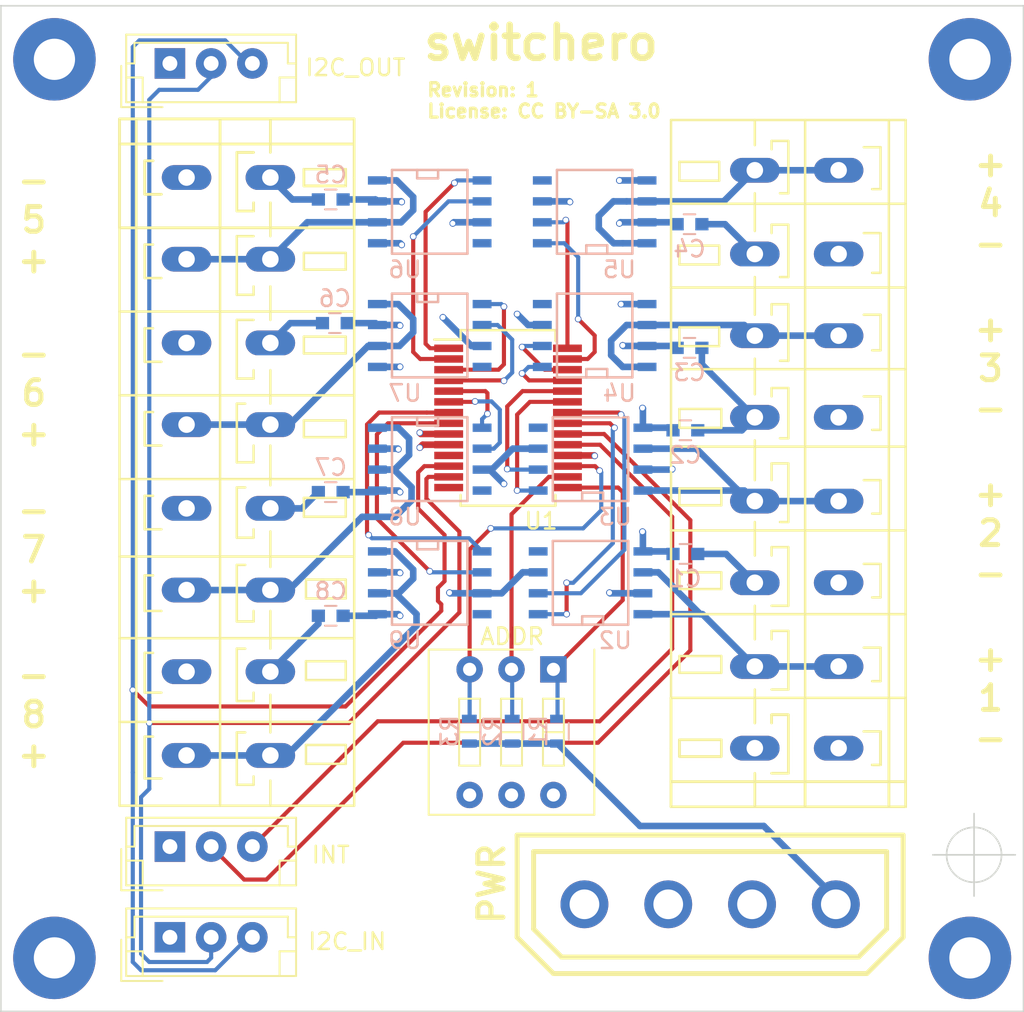
<source format=kicad_pcb>
(kicad_pcb (version 4) (host pcbnew 4.0.4-stable)
  (layers (0 F.Cu signal) (1 PWR power hide) (2 GND power hide) (31 B.Cu signal) (34 B.Paste user) (35 F.Paste user) (36 B.SilkS user) (37 F.SilkS user) (38 B.Mask user) (39 F.Mask user) (44 Edge.Cuts user))
  (net 0 "")
  (net 1 PWR)
  (net 2 GND)
  (net 3 "Net-(P1-Pad1)")
  (net 4 "Net-(P1-Pad3)")
  (net 5 SDA)
  (net 6 SCK)
  (net 7 INTA)
  (net 8 INTB)
  (net 9 SW8)
  (net 10 SW7)
  (net 11 SW6)
  (net 12 SW5)
  (net 13 SW4)
  (net 14 SW3)
  (net 15 SW2)
  (net 16 SW1)
  (net 17 "Net-(U1-Pad1)")
  (net 18 "Net-(U1-Pad2)")
  (net 19 "Net-(U1-Pad3)")
  (net 20 "Net-(U1-Pad4)")
  (net 21 "Net-(U1-Pad5)")
  (net 22 "Net-(U1-Pad6)")
  (net 23 "Net-(U1-Pad7)")
  (net 24 "Net-(U1-Pad8)")
  (net 25 "Net-(U1-Pad21)")
  (net 26 "Net-(U1-Pad22)")
  (net 27 "Net-(U1-Pad23)")
  (net 28 "Net-(U1-Pad24)")
  (net 29 "Net-(U1-Pad25)")
  (net 30 "Net-(U1-Pad26)")
  (net 31 "Net-(U1-Pad27)")
  (net 32 "Net-(U1-Pad28)")
  (net 33 "Net-(P1-Pad2)")
  (module Mounting_Holes:MountingHole_2.5mm_Pad (layer F.Cu) (at 98.75 116.75)
    (fp_text reference REF** hide)
    (fp_text value MountingHole_2.5mm_Pad hide)
    (pad 1 thru_hole circle (at 0 0) (size 5 5) (drill 2.5) (layers *.Cu *.Mask))
  )
  (module Mounting_Holes:MountingHole_2.5mm_Pad (layer F.Cu) (at 43.25 116.75)
    (fp_text reference REF** hide)
    (fp_text value MountingHole_2.5mm_Pad hide)
    (pad 1 thru_hole circle (at 0 0) (size 5 5) (drill 2.5) (layers *.Cu *.Mask))
  )
  (module Mounting_Holes:MountingHole_2.5mm_Pad (layer F.Cu) (at 43.25 62.25)
    (fp_text reference REF** hide)
    (fp_text value MountingHole_2.5mm_Pad hide)
    (pad 1 thru_hole circle (at 0 0) (size 5 5) (drill 2.5) (layers *.Cu *.Mask))
  )
  (module Mounting_Holes:MountingHole_2.2mm_M2 (layer F.Cu) (at 45 104.5)
    (fp_text reference REF** hide)
    (fp_text value MountingHole_2.2mm_M2 hide)
    (pad 1 np_thru_hole circle (at 0 0) (size 2.2 2.2) (drill 2.2) (layers *.Cu *.Mask))
  )
  (module Mounting_Holes:MountingHole_2.2mm_M2 (layer F.Cu) (at 45 99.5)
    (fp_text reference REF** hide)
    (fp_text value MountingHole_2.2mm_M2 hide)
    (pad 1 np_thru_hole circle (at 0 0) (size 2.2 2.2) (drill 2.2) (layers *.Cu *.Mask))
  )
  (module Mounting_Holes:MountingHole_2.2mm_M2 (layer F.Cu) (at 45 94.5)
    (fp_text reference REF** hide)
    (fp_text value MountingHole_2.2mm_M2 hide)
    (pad 1 np_thru_hole circle (at 0 0) (size 2.2 2.2) (drill 2.2) (layers *.Cu *.Mask))
  )
  (module Mounting_Holes:MountingHole_2.2mm_M2 (layer F.Cu) (at 45 89.5)
    (fp_text reference REF** hide)
    (fp_text value MountingHole_2.2mm_M2 hide)
    (pad 1 np_thru_hole circle (at 0 0) (size 2.2 2.2) (drill 2.2) (layers *.Cu *.Mask))
  )
  (module Mounting_Holes:MountingHole_2.2mm_M2 (layer F.Cu) (at 45 84.5)
    (fp_text reference REF** hide)
    (fp_text value MountingHole_2.2mm_M2 hide)
    (pad 1 np_thru_hole circle (at 0 0) (size 2.2 2.2) (drill 2.2) (layers *.Cu *.Mask))
  )
  (module Mounting_Holes:MountingHole_2.2mm_M2 (layer F.Cu) (at 45 79.5)
    (fp_text reference REF** hide)
    (fp_text value MountingHole_2.2mm_M2 hide)
    (pad 1 np_thru_hole circle (at 0 0) (size 2.2 2.2) (drill 2.2) (layers *.Cu *.Mask))
  )
  (module Mounting_Holes:MountingHole_2.2mm_M2 (layer F.Cu) (at 45 74.5)
    (fp_text reference REF** hide)
    (fp_text value MountingHole_2.2mm_M2 hide)
    (pad 1 np_thru_hole circle (at 0 0) (size 2.2 2.2) (drill 2.2) (layers *.Cu *.Mask))
  )
  (module Mounting_Holes:MountingHole_2.2mm_M2 (layer F.Cu) (at 45 69.5)
    (fp_text reference REF** hide)
    (fp_text value MountingHole_2.2mm_M2 hide)
    (pad 1 np_thru_hole circle (at 0 0) (size 2.2 2.2) (drill 2.2) (layers *.Cu *.Mask))
  )
  (module Mounting_Holes:MountingHole_2.2mm_M2 (layer F.Cu) (at 97 104)
    (fp_text reference REF** hide)
    (fp_text value MountingHole_2.2mm_M2 hide)
    (pad 1 np_thru_hole circle (at 0 0) (size 2.2 2.2) (drill 2.2) (layers *.Cu *.Mask))
  )
  (module Mounting_Holes:MountingHole_2.2mm_M2 (layer F.Cu) (at 97 99)
    (fp_text reference REF** hide)
    (fp_text value MountingHole_2.2mm_M2 hide)
    (pad 1 np_thru_hole circle (at 0 0) (size 2.2 2.2) (drill 2.2) (layers *.Cu *.Mask))
  )
  (module Mounting_Holes:MountingHole_2.2mm_M2 (layer F.Cu) (at 97 94)
    (fp_text reference REF** hide)
    (fp_text value MountingHole_2.2mm_M2 hide)
    (pad 1 np_thru_hole circle (at 0 0) (size 2.2 2.2) (drill 2.2) (layers *.Cu *.Mask))
  )
  (module Mounting_Holes:MountingHole_2.2mm_M2 (layer F.Cu) (at 97 89)
    (fp_text reference REF** hide)
    (fp_text value MountingHole_2.2mm_M2 hide)
    (pad 1 np_thru_hole circle (at 0 0) (size 2.2 2.2) (drill 2.2) (layers *.Cu *.Mask))
  )
  (module Mounting_Holes:MountingHole_2.2mm_M2 (layer F.Cu) (at 97 84)
    (fp_text reference REF** hide)
    (fp_text value MountingHole_2.2mm_M2 hide)
    (pad 1 np_thru_hole circle (at 0 0) (size 2.2 2.2) (drill 2.2) (layers *.Cu *.Mask))
  )
  (module Mounting_Holes:MountingHole_2.2mm_M2 (layer F.Cu) (at 97 79)
    (fp_text reference REF** hide)
    (fp_text value MountingHole_2.2mm_M2 hide)
    (pad 1 np_thru_hole circle (at 0 0) (size 2.2 2.2) (drill 2.2) (layers *.Cu *.Mask))
  )
  (module Mounting_Holes:MountingHole_2.2mm_M2 (layer F.Cu) (at 97 74)
    (fp_text reference REF** hide)
    (fp_text value MountingHole_2.2mm_M2 hide)
    (pad 1 np_thru_hole circle (at 0 0) (size 2.2 2.2) (drill 2.2) (layers *.Cu *.Mask))
  )
  (module Housings_SSOP:SSOP-28_5.3x10.2mm_Pitch0.65mm (layer F.Cu) (at 70.75 84)
    (fp_text reference U1 (at 2 6.25) (layer F.SilkS))
    (fp_text value MCP23017 hide)
    (pad 1 smd rect (at -3.6 -4.225) (size 1.75 0.45) (layers F.Cu F.Paste F.Mask) (net 17 "Net-(U1-Pad1)"))
    (pad 2 smd rect (at -3.6 -3.575) (size 1.75 0.45) (layers F.Cu F.Paste F.Mask) (net 18 "Net-(U1-Pad2)"))
    (pad 3 smd rect (at -3.6 -2.925) (size 1.75 0.45) (layers F.Cu F.Paste F.Mask) (net 19 "Net-(U1-Pad3)"))
    (pad 4 smd rect (at -3.6 -2.275) (size 1.75 0.45) (layers F.Cu F.Paste F.Mask) (net 20 "Net-(U1-Pad4)"))
    (pad 5 smd rect (at -3.6 -1.625) (size 1.75 0.45) (layers F.Cu F.Paste F.Mask) (net 21 "Net-(U1-Pad5)"))
    (pad 6 smd rect (at -3.6 -0.975) (size 1.75 0.45) (layers F.Cu F.Paste F.Mask) (net 22 "Net-(U1-Pad6)"))
    (pad 7 smd rect (at -3.6 -0.325) (size 1.75 0.45) (layers F.Cu F.Paste F.Mask) (net 23 "Net-(U1-Pad7)"))
    (pad 8 smd rect (at -3.6 0.325) (size 1.75 0.45) (layers F.Cu F.Paste F.Mask) (net 24 "Net-(U1-Pad8)"))
    (pad 9 smd rect (at -3.6 0.975) (size 1.75 0.45) (layers F.Cu F.Paste F.Mask) (net 1 PWR))
    (pad 10 smd rect (at -3.6 1.625) (size 1.75 0.45) (layers F.Cu F.Paste F.Mask) (net 2 GND))
    (pad 11 smd rect (at -3.6 2.275) (size 1.75 0.45) (layers F.Cu F.Paste F.Mask))
    (pad 12 smd rect (at -3.6 2.925) (size 1.75 0.45) (layers F.Cu F.Paste F.Mask) (net 6 SCK))
    (pad 13 smd rect (at -3.6 3.575) (size 1.75 0.45) (layers F.Cu F.Paste F.Mask) (net 5 SDA))
    (pad 14 smd rect (at -3.6 4.225) (size 1.75 0.45) (layers F.Cu F.Paste F.Mask))
    (pad 15 smd rect (at 3.6 4.225) (size 1.75 0.45) (layers F.Cu F.Paste F.Mask) (net 3 "Net-(P1-Pad1)"))
    (pad 16 smd rect (at 3.6 3.575) (size 1.75 0.45) (layers F.Cu F.Paste F.Mask) (net 33 "Net-(P1-Pad2)"))
    (pad 17 smd rect (at 3.6 2.925) (size 1.75 0.45) (layers F.Cu F.Paste F.Mask) (net 4 "Net-(P1-Pad3)"))
    (pad 18 smd rect (at 3.6 2.275) (size 1.75 0.45) (layers F.Cu F.Paste F.Mask) (net 1 PWR))
    (pad 19 smd rect (at 3.6 1.625) (size 1.75 0.45) (layers F.Cu F.Paste F.Mask) (net 8 INTB))
    (pad 20 smd rect (at 3.6 0.975) (size 1.75 0.45) (layers F.Cu F.Paste F.Mask) (net 7 INTA))
    (pad 21 smd rect (at 3.6 0.325) (size 1.75 0.45) (layers F.Cu F.Paste F.Mask) (net 25 "Net-(U1-Pad21)"))
    (pad 22 smd rect (at 3.6 -0.325) (size 1.75 0.45) (layers F.Cu F.Paste F.Mask) (net 26 "Net-(U1-Pad22)"))
    (pad 23 smd rect (at 3.6 -0.975) (size 1.75 0.45) (layers F.Cu F.Paste F.Mask) (net 27 "Net-(U1-Pad23)"))
    (pad 24 smd rect (at 3.6 -1.625) (size 1.75 0.45) (layers F.Cu F.Paste F.Mask) (net 28 "Net-(U1-Pad24)"))
    (pad 25 smd rect (at 3.6 -2.275) (size 1.75 0.45) (layers F.Cu F.Paste F.Mask) (net 29 "Net-(U1-Pad25)"))
    (pad 26 smd rect (at 3.6 -2.925) (size 1.75 0.45) (layers F.Cu F.Paste F.Mask) (net 30 "Net-(U1-Pad26)"))
    (pad 27 smd rect (at 3.6 -3.575) (size 1.75 0.45) (layers F.Cu F.Paste F.Mask) (net 31 "Net-(U1-Pad27)"))
    (pad 28 smd rect (at 3.6 -4.225) (size 1.75 0.45) (layers F.Cu F.Paste F.Mask) (net 32 "Net-(U1-Pad28)"))
  )
  (module SMD_Packages:SOIC-8-N (layer B.Cu) (at 75.75 94 90)
    (fp_text reference U2 (at -3.5 1.5 180) (layer B.SilkS) (effects (justify mirror)))
    (fp_text value MIC2505 hide)
    (pad 8 smd rect (at -1.905 3.175 90) (size 0.508 1.143) (layers B.Cu B.Paste B.Mask) (net 16 SW1))
    (pad 7 smd rect (at -0.635 3.175 90) (size 0.508 1.143) (layers B.Cu B.Paste B.Mask) (net 1 PWR))
    (pad 6 smd rect (at 0.635 3.175 90) (size 0.508 1.143) (layers B.Cu B.Paste B.Mask) (net 16 SW1))
    (pad 5 smd rect (at 1.905 3.175 90) (size 0.508 1.143) (layers B.Cu B.Paste B.Mask) (net 1 PWR))
    (pad 4 smd rect (at 1.905 -3.175 90) (size 0.508 1.143) (layers B.Cu B.Paste B.Mask))
    (pad 3 smd rect (at 0.635 -3.175 90) (size 0.508 1.143) (layers B.Cu B.Paste B.Mask) (net 2 GND))
    (pad 2 smd rect (at -0.635 -3.175 90) (size 0.508 1.143) (layers B.Cu B.Paste B.Mask) (net 26 "Net-(U1-Pad22)"))
    (pad 1 smd rect (at -1.905 -3.175 90) (size 0.508 1.143) (layers B.Cu B.Paste B.Mask) (net 25 "Net-(U1-Pad21)"))
  )
  (module SMD_Packages:SOIC-8-N (layer B.Cu) (at 75.75 86.5 90)
    (fp_text reference U3 (at -3.5 1.5 180) (layer B.SilkS) (effects (justify mirror)))
    (fp_text value MIC2505 hide)
    (pad 8 smd rect (at -1.905 3.175 90) (size 0.508 1.143) (layers B.Cu B.Paste B.Mask) (net 15 SW2))
    (pad 7 smd rect (at -0.635 3.175 90) (size 0.508 1.143) (layers B.Cu B.Paste B.Mask) (net 1 PWR))
    (pad 6 smd rect (at 0.635 3.175 90) (size 0.508 1.143) (layers B.Cu B.Paste B.Mask) (net 15 SW2))
    (pad 5 smd rect (at 1.905 3.175 90) (size 0.508 1.143) (layers B.Cu B.Paste B.Mask) (net 1 PWR))
    (pad 4 smd rect (at 1.905 -3.175 90) (size 0.508 1.143) (layers B.Cu B.Paste B.Mask))
    (pad 3 smd rect (at 0.635 -3.175 90) (size 0.508 1.143) (layers B.Cu B.Paste B.Mask) (net 2 GND))
    (pad 2 smd rect (at -0.635 -3.175 90) (size 0.508 1.143) (layers B.Cu B.Paste B.Mask) (net 28 "Net-(U1-Pad24)"))
    (pad 1 smd rect (at -1.905 -3.175 90) (size 0.508 1.143) (layers B.Cu B.Paste B.Mask) (net 27 "Net-(U1-Pad23)"))
  )
  (module SMD_Packages:SOIC-8-N (layer B.Cu) (at 76 79 90)
    (fp_text reference U4 (at -3.5 1.5 180) (layer B.SilkS) (effects (justify mirror)))
    (fp_text value MIC2505 hide)
    (pad 8 smd rect (at -1.905 3.175 90) (size 0.508 1.143) (layers B.Cu B.Paste B.Mask) (net 14 SW3))
    (pad 7 smd rect (at -0.635 3.175 90) (size 0.508 1.143) (layers B.Cu B.Paste B.Mask) (net 1 PWR))
    (pad 6 smd rect (at 0.635 3.175 90) (size 0.508 1.143) (layers B.Cu B.Paste B.Mask) (net 14 SW3))
    (pad 5 smd rect (at 1.905 3.175 90) (size 0.508 1.143) (layers B.Cu B.Paste B.Mask) (net 1 PWR))
    (pad 4 smd rect (at 1.905 -3.175 90) (size 0.508 1.143) (layers B.Cu B.Paste B.Mask))
    (pad 3 smd rect (at 0.635 -3.175 90) (size 0.508 1.143) (layers B.Cu B.Paste B.Mask) (net 2 GND))
    (pad 2 smd rect (at -0.635 -3.175 90) (size 0.508 1.143) (layers B.Cu B.Paste B.Mask) (net 30 "Net-(U1-Pad26)"))
    (pad 1 smd rect (at -1.905 -3.175 90) (size 0.508 1.143) (layers B.Cu B.Paste B.Mask) (net 29 "Net-(U1-Pad25)"))
  )
  (module SMD_Packages:SOIC-8-N (layer B.Cu) (at 76 71.5 90)
    (fp_text reference U5 (at -3.5 1.5 180) (layer B.SilkS) (effects (justify mirror)))
    (fp_text value MIC2505 hide)
    (pad 8 smd rect (at -1.905 3.175 90) (size 0.508 1.143) (layers B.Cu B.Paste B.Mask) (net 13 SW4))
    (pad 7 smd rect (at -0.635 3.175 90) (size 0.508 1.143) (layers B.Cu B.Paste B.Mask) (net 1 PWR))
    (pad 6 smd rect (at 0.635 3.175 90) (size 0.508 1.143) (layers B.Cu B.Paste B.Mask) (net 13 SW4))
    (pad 5 smd rect (at 1.905 3.175 90) (size 0.508 1.143) (layers B.Cu B.Paste B.Mask) (net 1 PWR))
    (pad 4 smd rect (at 1.905 -3.175 90) (size 0.508 1.143) (layers B.Cu B.Paste B.Mask))
    (pad 3 smd rect (at 0.635 -3.175 90) (size 0.508 1.143) (layers B.Cu B.Paste B.Mask) (net 2 GND))
    (pad 2 smd rect (at -0.635 -3.175 90) (size 0.508 1.143) (layers B.Cu B.Paste B.Mask) (net 32 "Net-(U1-Pad28)"))
    (pad 1 smd rect (at -1.905 -3.175 90) (size 0.508 1.143) (layers B.Cu B.Paste B.Mask) (net 31 "Net-(U1-Pad27)"))
  )
  (module SMD_Packages:SOIC-8-N (layer B.Cu) (at 66 71.5 270)
    (fp_text reference U6 (at 3.5 1.5 360) (layer B.SilkS) (effects (justify mirror)))
    (fp_text value MIC2505 hide)
    (pad 8 smd rect (at -1.905 3.175 270) (size 0.508 1.143) (layers B.Cu B.Paste B.Mask) (net 12 SW5))
    (pad 7 smd rect (at -0.635 3.175 270) (size 0.508 1.143) (layers B.Cu B.Paste B.Mask) (net 1 PWR))
    (pad 6 smd rect (at 0.635 3.175 270) (size 0.508 1.143) (layers B.Cu B.Paste B.Mask) (net 12 SW5))
    (pad 5 smd rect (at 1.905 3.175 270) (size 0.508 1.143) (layers B.Cu B.Paste B.Mask) (net 1 PWR))
    (pad 4 smd rect (at 1.905 -3.175 270) (size 0.508 1.143) (layers B.Cu B.Paste B.Mask))
    (pad 3 smd rect (at 0.635 -3.175 270) (size 0.508 1.143) (layers B.Cu B.Paste B.Mask) (net 2 GND))
    (pad 2 smd rect (at -0.635 -3.175 270) (size 0.508 1.143) (layers B.Cu B.Paste B.Mask) (net 18 "Net-(U1-Pad2)"))
    (pad 1 smd rect (at -1.905 -3.175 270) (size 0.508 1.143) (layers B.Cu B.Paste B.Mask) (net 17 "Net-(U1-Pad1)"))
  )
  (module SMD_Packages:SOIC-8-N (layer B.Cu) (at 66 79 270)
    (fp_text reference U7 (at 3.5 1.5 360) (layer B.SilkS) (effects (justify mirror)))
    (fp_text value MIC2505 hide)
    (pad 8 smd rect (at -1.905 3.175 270) (size 0.508 1.143) (layers B.Cu B.Paste B.Mask) (net 11 SW6))
    (pad 7 smd rect (at -0.635 3.175 270) (size 0.508 1.143) (layers B.Cu B.Paste B.Mask) (net 1 PWR))
    (pad 6 smd rect (at 0.635 3.175 270) (size 0.508 1.143) (layers B.Cu B.Paste B.Mask) (net 11 SW6))
    (pad 5 smd rect (at 1.905 3.175 270) (size 0.508 1.143) (layers B.Cu B.Paste B.Mask) (net 1 PWR))
    (pad 4 smd rect (at 1.905 -3.175 270) (size 0.508 1.143) (layers B.Cu B.Paste B.Mask))
    (pad 3 smd rect (at 0.635 -3.175 270) (size 0.508 1.143) (layers B.Cu B.Paste B.Mask) (net 2 GND))
    (pad 2 smd rect (at -0.635 -3.175 270) (size 0.508 1.143) (layers B.Cu B.Paste B.Mask) (net 20 "Net-(U1-Pad4)"))
    (pad 1 smd rect (at -1.905 -3.175 270) (size 0.508 1.143) (layers B.Cu B.Paste B.Mask) (net 19 "Net-(U1-Pad3)"))
  )
  (module SMD_Packages:SOIC-8-N (layer B.Cu) (at 66 86.5 270)
    (fp_text reference U8 (at 3.5 1.5 360) (layer B.SilkS) (effects (justify mirror)))
    (fp_text value MIC2505 hide)
    (pad 8 smd rect (at -1.905 3.175 270) (size 0.508 1.143) (layers B.Cu B.Paste B.Mask) (net 10 SW7))
    (pad 7 smd rect (at -0.635 3.175 270) (size 0.508 1.143) (layers B.Cu B.Paste B.Mask) (net 1 PWR))
    (pad 6 smd rect (at 0.635 3.175 270) (size 0.508 1.143) (layers B.Cu B.Paste B.Mask) (net 10 SW7))
    (pad 5 smd rect (at 1.905 3.175 270) (size 0.508 1.143) (layers B.Cu B.Paste B.Mask) (net 1 PWR))
    (pad 4 smd rect (at 1.905 -3.175 270) (size 0.508 1.143) (layers B.Cu B.Paste B.Mask))
    (pad 3 smd rect (at 0.635 -3.175 270) (size 0.508 1.143) (layers B.Cu B.Paste B.Mask) (net 2 GND))
    (pad 2 smd rect (at -0.635 -3.175 270) (size 0.508 1.143) (layers B.Cu B.Paste B.Mask) (net 22 "Net-(U1-Pad6)"))
    (pad 1 smd rect (at -1.905 -3.175 270) (size 0.508 1.143) (layers B.Cu B.Paste B.Mask) (net 21 "Net-(U1-Pad5)"))
  )
  (module SMD_Packages:SOIC-8-N (layer B.Cu) (at 66 94 270)
    (fp_text reference U9 (at 3.5 1.5 360) (layer B.SilkS) (effects (justify mirror)))
    (fp_text value MIC2505 hide)
    (pad 8 smd rect (at -1.905 3.175 270) (size 0.508 1.143) (layers B.Cu B.Paste B.Mask) (net 9 SW8))
    (pad 7 smd rect (at -0.635 3.175 270) (size 0.508 1.143) (layers B.Cu B.Paste B.Mask) (net 1 PWR))
    (pad 6 smd rect (at 0.635 3.175 270) (size 0.508 1.143) (layers B.Cu B.Paste B.Mask) (net 9 SW8))
    (pad 5 smd rect (at 1.905 3.175 270) (size 0.508 1.143) (layers B.Cu B.Paste B.Mask) (net 1 PWR))
    (pad 4 smd rect (at 1.905 -3.175 270) (size 0.508 1.143) (layers B.Cu B.Paste B.Mask))
    (pad 3 smd rect (at 0.635 -3.175 270) (size 0.508 1.143) (layers B.Cu B.Paste B.Mask) (net 2 GND))
    (pad 2 smd rect (at -0.635 -3.175 270) (size 0.508 1.143) (layers B.Cu B.Paste B.Mask) (net 24 "Net-(U1-Pad8)"))
    (pad 1 smd rect (at -1.905 -3.175 270) (size 0.508 1.143) (layers B.Cu B.Paste B.Mask) (net 23 "Net-(U1-Pad7)"))
  )
  (module Buttons_Switches_ThroughHole:SW_DIP_x3_W7.62mm_Slide (layer F.Cu) (at 73.5 99.25 270)
    (fp_text reference P1 hide)
    (fp_text value ADDR (at -2 2.5 360) (layer F.SilkS))
    (pad 1 thru_hole rect (at 0 0 270) (size 1.6 1.6) (drill 0.8) (layers *.Cu *.Mask) (net 3 "Net-(P1-Pad1)"))
    (pad 4 thru_hole oval (at 7.62 5.08 270) (size 1.6 1.6) (drill 0.8) (layers *.Cu *.Mask) (net 2 GND))
    (pad 2 thru_hole oval (at 0 2.54 270) (size 1.6 1.6) (drill 0.8) (layers *.Cu *.Mask) (net 33 "Net-(P1-Pad2)"))
    (pad 5 thru_hole oval (at 7.62 2.54 270) (size 1.6 1.6) (drill 0.8) (layers *.Cu *.Mask) (net 2 GND))
    (pad 3 thru_hole oval (at 0 5.08 270) (size 1.6 1.6) (drill 0.8) (layers *.Cu *.Mask) (net 4 "Net-(P1-Pad3)"))
    (pad 6 thru_hole oval (at 7.62 0 270) (size 1.6 1.6) (drill 0.8) (layers *.Cu *.Mask) (net 2 GND))
  )
  (module Connectors_JST:JST_EH_B03B-EH-A_03x2.50mm_Straight (layer F.Cu) (at 50.25 110)
    (fp_text reference P4 hide)
    (fp_text value INT (at 9.75 0.5) (layer F.SilkS))
    (pad 1 thru_hole rect (at 0 0) (size 1.85 1.85) (drill 0.9) (layers *.Cu *.Mask) (net 2 GND))
    (pad 2 thru_hole circle (at 2.5 0) (size 1.85 1.85) (drill 0.9) (layers *.Cu *.Mask) (net 7 INTA))
    (pad 3 thru_hole circle (at 5 0) (size 1.85 1.85) (drill 0.9) (layers *.Cu *.Mask) (net 8 INTB))
  )
  (module Capacitors_SMD:C_0603 (layer B.Cu) (at 81.5 92.25)
    (fp_text reference C1 (at 0 1.5) (layer B.SilkS) (effects (justify mirror)))
    (fp_text value 0.1u hide)
    (pad 1 smd rect (at -0.75 0) (size 0.8 0.75) (layers B.Cu B.Paste B.Mask) (net 1 PWR))
    (pad 2 smd rect (at 0.75 0) (size 0.8 0.75) (layers B.Cu B.Paste B.Mask) (net 2 GND))
  )
  (module Capacitors_SMD:C_0603 (layer B.Cu) (at 81.5 84.75)
    (fp_text reference C2 (at 0 1.5) (layer B.SilkS) (effects (justify mirror)))
    (fp_text value 0.1u hide)
    (pad 1 smd rect (at -0.75 0) (size 0.8 0.75) (layers B.Cu B.Paste B.Mask) (net 1 PWR))
    (pad 2 smd rect (at 0.75 0) (size 0.8 0.75) (layers B.Cu B.Paste B.Mask) (net 2 GND))
  )
  (module Capacitors_SMD:C_0603 (layer B.Cu) (at 81.75 79.75)
    (fp_text reference C3 (at 0 1.5) (layer B.SilkS) (effects (justify mirror)))
    (fp_text value 0.1u hide)
    (pad 1 smd rect (at -0.75 0) (size 0.8 0.75) (layers B.Cu B.Paste B.Mask) (net 1 PWR))
    (pad 2 smd rect (at 0.75 0) (size 0.8 0.75) (layers B.Cu B.Paste B.Mask) (net 2 GND))
  )
  (module Capacitors_SMD:C_0603 (layer B.Cu) (at 81.75 72.25)
    (fp_text reference C4 (at 0 1.5) (layer B.SilkS) (effects (justify mirror)))
    (fp_text value 0.1u hide)
    (pad 1 smd rect (at -0.75 0) (size 0.8 0.75) (layers B.Cu B.Paste B.Mask) (net 1 PWR))
    (pad 2 smd rect (at 0.75 0) (size 0.8 0.75) (layers B.Cu B.Paste B.Mask) (net 2 GND))
  )
  (module Capacitors_SMD:C_0603 (layer B.Cu) (at 60 70.75 180)
    (fp_text reference C5 (at 0 1.5 180) (layer B.SilkS) (effects (justify mirror)))
    (fp_text value 0.1u hide)
    (pad 1 smd rect (at -0.75 0 180) (size 0.8 0.75) (layers B.Cu B.Paste B.Mask) (net 1 PWR))
    (pad 2 smd rect (at 0.75 0 180) (size 0.8 0.75) (layers B.Cu B.Paste B.Mask) (net 2 GND))
  )
  (module Capacitors_SMD:C_0603 (layer B.Cu) (at 60.25 78.25 180)
    (fp_text reference C6 (at 0 1.5 180) (layer B.SilkS) (effects (justify mirror)))
    (fp_text value 0.1u hide)
    (pad 1 smd rect (at -0.75 0 180) (size 0.8 0.75) (layers B.Cu B.Paste B.Mask) (net 1 PWR))
    (pad 2 smd rect (at 0.75 0 180) (size 0.8 0.75) (layers B.Cu B.Paste B.Mask) (net 2 GND))
  )
  (module Capacitors_SMD:C_0603 (layer B.Cu) (at 60 88.5 180)
    (fp_text reference C7 (at 0 1.5 180) (layer B.SilkS) (effects (justify mirror)))
    (fp_text value 0.1u hide)
    (pad 1 smd rect (at -0.75 0 180) (size 0.8 0.75) (layers B.Cu B.Paste B.Mask) (net 1 PWR))
    (pad 2 smd rect (at 0.75 0 180) (size 0.8 0.75) (layers B.Cu B.Paste B.Mask) (net 2 GND))
  )
  (module Capacitors_SMD:C_0603 (layer B.Cu) (at 60 96 180)
    (fp_text reference C8 (at 0 1.5 180) (layer B.SilkS) (effects (justify mirror)))
    (fp_text value 0.1u hide)
    (pad 1 smd rect (at -0.75 0 180) (size 0.8 0.75) (layers B.Cu B.Paste B.Mask) (net 1 PWR))
    (pad 2 smd rect (at 0.75 0 180) (size 0.8 0.75) (layers B.Cu B.Paste B.Mask) (net 2 GND))
  )
  (module Terminal_Blocks:TerminalBlock_WAGO-236_2Stift_RM5mm_8pol (layer F.Cu) (at 88.25 86.25 90)
    (fp_text reference P6 hide)
    (fp_text value OUT1 hide)
    (pad 1 thru_hole oval (at -17.78 2.54 180) (size 2.99974 1.50114) (drill 1.00076) (layers *.Cu *.Mask) (net 2 GND))
    (pad 1 thru_hole oval (at -17.78 -2.54 180) (size 2.99974 1.50114) (drill 1.00076) (layers *.Cu *.Mask) (net 2 GND))
    (pad 2 thru_hole oval (at -12.827 2.54 180) (size 2.99974 1.50114) (drill 1.00076) (layers *.Cu *.Mask) (net 16 SW1))
    (pad 2 thru_hole oval (at -12.827 -2.54 180) (size 2.99974 1.50114) (drill 1.00076) (layers *.Cu *.Mask) (net 16 SW1))
    (pad 3 thru_hole oval (at -7.747 2.54 180) (size 2.99974 1.50114) (drill 1.00076) (layers *.Cu *.Mask) (net 2 GND))
    (pad 3 thru_hole oval (at -7.747 -2.54 180) (size 2.99974 1.50114) (drill 1.00076) (layers *.Cu *.Mask) (net 2 GND))
    (pad 4 thru_hole oval (at -2.794 2.54 180) (size 2.99974 1.50114) (drill 1.00076) (layers *.Cu *.Mask) (net 15 SW2))
    (pad 4 thru_hole oval (at -2.794 -2.54 180) (size 2.99974 1.50114) (drill 1.00076) (layers *.Cu *.Mask) (net 15 SW2))
    (pad 5 thru_hole oval (at 2.286 2.54 180) (size 2.99974 1.50114) (drill 1.00076) (layers *.Cu *.Mask) (net 2 GND))
    (pad 5 thru_hole oval (at 2.286 -2.54 180) (size 2.99974 1.50114) (drill 1.00076) (layers *.Cu *.Mask) (net 2 GND))
    (pad 6 thru_hole oval (at 7.239 2.54 180) (size 2.99974 1.50114) (drill 1.00076) (layers *.Cu *.Mask) (net 14 SW3))
    (pad 6 thru_hole oval (at 7.239 -2.54 180) (size 2.99974 1.50114) (drill 1.00076) (layers *.Cu *.Mask) (net 14 SW3))
    (pad 7 thru_hole oval (at 12.192 2.54 180) (size 2.99974 1.50114) (drill 1.00076) (layers *.Cu *.Mask) (net 2 GND))
    (pad 7 thru_hole oval (at 12.192 -2.54 180) (size 2.99974 1.50114) (drill 1.00076) (layers *.Cu *.Mask) (net 2 GND))
    (pad 8 thru_hole oval (at 17.272 2.54 180) (size 2.99974 1.50114) (drill 1.00076) (layers *.Cu *.Mask) (net 13 SW4))
    (pad 8 thru_hole oval (at 17.272 -2.54 180) (size 2.99974 1.50114) (drill 1.00076) (layers *.Cu *.Mask) (net 13 SW4))
  )
  (module Resistors_SMD:R_0603 (layer B.Cu) (at 73.75 103 270)
    (fp_text reference R1 (at 0 1.15 270) (layer B.SilkS) (effects (justify mirror)))
    (fp_text value 4.7k hide)
    (pad 1 smd rect (at -0.75 0 270) (size 0.5 0.9) (layers B.Cu B.Paste B.Mask) (net 3 "Net-(P1-Pad1)"))
    (pad 2 smd rect (at 0.75 0 270) (size 0.5 0.9) (layers B.Cu B.Paste B.Mask) (net 1 PWR))
  )
  (module Resistors_SMD:R_0603 (layer B.Cu) (at 71 103 270)
    (fp_text reference R2 (at 0 1.2 270) (layer B.SilkS) (effects (justify mirror)))
    (fp_text value 4.7k hide)
    (pad 1 smd rect (at -0.75 0 270) (size 0.5 0.9) (layers B.Cu B.Paste B.Mask) (net 33 "Net-(P1-Pad2)"))
    (pad 2 smd rect (at 0.75 0 270) (size 0.5 0.9) (layers B.Cu B.Paste B.Mask) (net 1 PWR))
  )
  (module Resistors_SMD:R_0603 (layer B.Cu) (at 68.4 103 270)
    (fp_text reference R3 (at 0 1.2 270) (layer B.SilkS) (effects (justify mirror)))
    (fp_text value 4.7k hide)
    (pad 1 smd rect (at -0.75 0 270) (size 0.5 0.9) (layers B.Cu B.Paste B.Mask) (net 4 "Net-(P1-Pad3)"))
    (pad 2 smd rect (at 0.75 0 270) (size 0.5 0.9) (layers B.Cu B.Paste B.Mask) (net 1 PWR))
  )
  (module Connectors_JST:JST_EH_B03B-EH-A_03x2.50mm_Straight (layer F.Cu) (at 50.25 115.5)
    (fp_text reference P2 hide)
    (fp_text value I2C_IN (at 10.75 0.25) (layer F.SilkS))
    (pad 1 thru_hole rect (at 0 0) (size 1.85 1.85) (drill 0.9) (layers *.Cu *.Mask) (net 2 GND))
    (pad 2 thru_hole circle (at 2.5 0) (size 1.85 1.85) (drill 0.9) (layers *.Cu *.Mask) (net 5 SDA))
    (pad 3 thru_hole circle (at 5 0) (size 1.85 1.85) (drill 0.9) (layers *.Cu *.Mask) (net 6 SCK))
  )
  (module Connectors_JST:JST_EH_B03B-EH-A_03x2.50mm_Straight (layer F.Cu) (at 50.25 62.5)
    (fp_text reference P7 hide)
    (fp_text value I2C_OUT (at 11.25 0.25) (layer F.SilkS))
    (pad 1 thru_hole rect (at 0 0) (size 1.85 1.85) (drill 0.9) (layers *.Cu *.Mask) (net 2 GND))
    (pad 2 thru_hole circle (at 2.5 0) (size 1.85 1.85) (drill 0.9) (layers *.Cu *.Mask) (net 5 SDA))
    (pad 3 thru_hole circle (at 5 0) (size 1.85 1.85) (drill 0.9) (layers *.Cu *.Mask) (net 6 SCK))
  )
  (module w_conn_pc:conn_hdd_15-24-4449 (layer F.Cu) (at 83 113.5)
    (fp_text reference P3 hide)
    (fp_text value PWR (at -13.25 -1.25 90) (layer F.SilkS) (effects (font (thickness 0.3048))))
    (pad 1 thru_hole circle (at -7.62 0) (size 2.9 2.9) (drill 1.8) (layers *.Cu *.Mask))
    (pad 2 thru_hole circle (at -2.54 0) (size 2.9 2.9) (drill 1.8) (layers *.Cu *.Mask) (net 2 GND))
    (pad 3 thru_hole circle (at 2.54 0) (size 2.9 2.9) (drill 1.8) (layers *.Cu *.Mask) (net 2 GND))
    (pad 4 thru_hole circle (at 7.62 0) (size 2.9 2.9) (drill 1.8) (layers *.Cu *.Mask) (net 1 PWR))
  )
  (module Terminal_Blocks:TerminalBlock_WAGO-236_2Stift_RM5mm_8pol (layer F.Cu) (at 53.8 87.2 270)
    (fp_text reference P5 hide)
    (fp_text value OUT2 hide)
    (pad 1 thru_hole oval (at -17.78 2.54) (size 2.99974 1.50114) (drill 1.00076) (layers *.Cu *.Mask) (net 2 GND))
    (pad 1 thru_hole oval (at -17.78 -2.54) (size 2.99974 1.50114) (drill 1.00076) (layers *.Cu *.Mask) (net 2 GND))
    (pad 2 thru_hole oval (at -12.827 2.54) (size 2.99974 1.50114) (drill 1.00076) (layers *.Cu *.Mask) (net 12 SW5))
    (pad 2 thru_hole oval (at -12.827 -2.54) (size 2.99974 1.50114) (drill 1.00076) (layers *.Cu *.Mask) (net 12 SW5))
    (pad 3 thru_hole oval (at -7.747 2.54) (size 2.99974 1.50114) (drill 1.00076) (layers *.Cu *.Mask) (net 2 GND))
    (pad 3 thru_hole oval (at -7.747 -2.54) (size 2.99974 1.50114) (drill 1.00076) (layers *.Cu *.Mask) (net 2 GND))
    (pad 4 thru_hole oval (at -2.794 2.54) (size 2.99974 1.50114) (drill 1.00076) (layers *.Cu *.Mask) (net 11 SW6))
    (pad 4 thru_hole oval (at -2.794 -2.54) (size 2.99974 1.50114) (drill 1.00076) (layers *.Cu *.Mask) (net 11 SW6))
    (pad 5 thru_hole oval (at 2.286 2.54) (size 2.99974 1.50114) (drill 1.00076) (layers *.Cu *.Mask) (net 2 GND))
    (pad 5 thru_hole oval (at 2.286 -2.54) (size 2.99974 1.50114) (drill 1.00076) (layers *.Cu *.Mask) (net 2 GND))
    (pad 6 thru_hole oval (at 7.239 2.54) (size 2.99974 1.50114) (drill 1.00076) (layers *.Cu *.Mask) (net 10 SW7))
    (pad 6 thru_hole oval (at 7.239 -2.54) (size 2.99974 1.50114) (drill 1.00076) (layers *.Cu *.Mask) (net 10 SW7))
    (pad 7 thru_hole oval (at 12.192 2.54) (size 2.99974 1.50114) (drill 1.00076) (layers *.Cu *.Mask) (net 2 GND))
    (pad 7 thru_hole oval (at 12.192 -2.54) (size 2.99974 1.50114) (drill 1.00076) (layers *.Cu *.Mask) (net 2 GND))
    (pad 8 thru_hole oval (at 17.272 2.54) (size 2.99974 1.50114) (drill 1.00076) (layers *.Cu *.Mask) (net 9 SW8))
    (pad 8 thru_hole oval (at 17.272 -2.54) (size 2.99974 1.50114) (drill 1.00076) (layers *.Cu *.Mask) (net 9 SW8))
  )
  (module Mounting_Holes:MountingHole_2.2mm_M2 (layer F.Cu) (at 97 69)
    (fp_text reference REF** hide)
    (fp_text value MountingHole_2.2mm_M2 hide)
    (pad 1 np_thru_hole circle (at 0 0) (size 2.2 2.2) (drill 2.2) (layers *.Cu *.Mask))
  )
  (module Mounting_Holes:MountingHole_2.5mm_Pad (layer F.Cu) (at 98.75 62.25)
    (fp_text reference REF** hide)
    (fp_text value MountingHole_2.5mm_Pad hide)
    (pad 1 thru_hole circle (at 0 0) (size 5 5) (drill 2.5) (layers *.Cu *.Mask))
  )
  (target plus (at 99 110.5) (size 5) (width 0.1) (layer Edge.Cuts))
  (gr_text "Revision: 1\nLicense: CC BY-SA 3.0" (at 65.75 64.75) (layer F.SilkS) (effects (font (size 0.8 0.8) (thickness 0.2)) (justify left)))
  (gr_line (start 40 120) (end 40 59) (angle 90) (layer Edge.Cuts) (width 0.1))
  (gr_line (start 102 120) (end 40 120) (angle 90) (layer Edge.Cuts) (width 0.1))
  (gr_line (start 102 59) (end 102 120) (angle 90) (layer Edge.Cuts) (width 0.1))
  (gr_line (start 40 59) (end 102 59) (angle 90) (layer Edge.Cuts) (width 0.1))
  (gr_text "-\n8\n+" (at 42 102) (layer F.SilkS) (effects (font (size 1.5 1.5) (thickness 0.3))))
  (gr_text "-\n7\n+" (at 42 92) (layer F.SilkS) (effects (font (size 1.5 1.5) (thickness 0.3))))
  (gr_text "-\n6\n+" (at 42 82.5) (layer F.SilkS) (effects (font (size 1.5 1.5) (thickness 0.3))))
  (gr_text "-\n5\n+" (at 42 72) (layer F.SilkS) (effects (font (size 1.5 1.5) (thickness 0.3))))
  (gr_text "+\n4\n-" (at 100 71) (layer F.SilkS) (effects (font (size 1.5 1.5) (thickness 0.3))))
  (gr_text "+\n3\n-" (at 100 81) (layer F.SilkS) (effects (font (size 1.5 1.5) (thickness 0.3))))
  (gr_text "+\n2\n-" (at 100 91) (layer F.SilkS) (effects (font (size 1.5 1.5) (thickness 0.3))))
  (gr_text "+\n1\n-" (at 100 101) (layer F.SilkS) (effects (font (size 1.5 1.5) (thickness 0.3))))
  (gr_text switchero (at 72.75 61.25) (layer F.SilkS) (effects (font (size 2 2) (thickness 0.4))))
  (segment (start 78.925 84.595) (end 78.925 83.425) (width 0.4) (layer B.Cu) (net 1))
  (via (at 78.9 83.4) (size 0.4) (drill 0.3) (layers F.Cu B.Cu) (net 1))
  (segment (start 78.925 83.425) (end 78.9 83.4) (width 0.4) (layer B.Cu) (net 1))
  (segment (start 78.925 87.135) (end 80.665 87.135) (width 0.4) (layer B.Cu) (net 1))
  (segment (start 80.665 87.135) (end 80.7 87.1) (width 0.4) (layer B.Cu) (net 1))
  (via (at 80.7 87.1) (size 0.4) (drill 0.3) (layers F.Cu B.Cu) (net 1))
  (segment (start 78.75 108.75) (end 73.75 103.75) (width 0.4) (layer B.Cu) (net 1))
  (segment (start 74.35 86.275) (end 75.975 86.275) (width 0.4) (layer F.Cu) (net 1))
  (via (at 76 86.3) (size 0.4) (drill 0.3) (layers F.Cu B.Cu) (net 1))
  (segment (start 75.975 86.275) (end 76 86.3) (width 0.4) (layer F.Cu) (net 1))
  (segment (start 62.825 93.365) (end 64.165 93.365) (width 0.4) (layer B.Cu) (net 1))
  (via (at 64.2 93.4) (size 0.4) (drill 0.3) (layers F.Cu B.Cu) (net 1))
  (segment (start 64.165 93.365) (end 64.2 93.4) (width 0.4) (layer B.Cu) (net 1))
  (segment (start 62.825 95.905) (end 64.105 95.905) (width 0.4) (layer B.Cu) (net 1))
  (via (at 64.2 96) (size 0.4) (drill 0.3) (layers F.Cu B.Cu) (net 1))
  (segment (start 64.105 95.905) (end 64.2 96) (width 0.4) (layer B.Cu) (net 1))
  (segment (start 62.825 85.865) (end 64.065 85.865) (width 0.4) (layer B.Cu) (net 1))
  (via (at 64.1 85.9) (size 0.4) (drill 0.3) (layers F.Cu B.Cu) (net 1))
  (segment (start 64.065 85.865) (end 64.1 85.9) (width 0.4) (layer B.Cu) (net 1))
  (segment (start 62.825 88.405) (end 64.105 88.405) (width 0.4) (layer B.Cu) (net 1))
  (via (at 64.2 88.5) (size 0.4) (drill 0.3) (layers F.Cu B.Cu) (net 1))
  (segment (start 64.105 88.405) (end 64.2 88.5) (width 0.4) (layer B.Cu) (net 1))
  (segment (start 62.825 78.365) (end 64.165 78.365) (width 0.4) (layer B.Cu) (net 1))
  (via (at 64.2 78.4) (size 0.4) (drill 0.3) (layers F.Cu B.Cu) (net 1))
  (segment (start 64.165 78.365) (end 64.2 78.4) (width 0.4) (layer B.Cu) (net 1))
  (segment (start 62.825 80.905) (end 64.195 80.905) (width 0.4) (layer B.Cu) (net 1))
  (via (at 64.2 80.9) (size 0.4) (drill 0.3) (layers F.Cu B.Cu) (net 1))
  (segment (start 64.195 80.905) (end 64.2 80.9) (width 0.4) (layer B.Cu) (net 1))
  (segment (start 62.825 70.865) (end 64.265 70.865) (width 0.4) (layer B.Cu) (net 1))
  (via (at 64.3 70.9) (size 0.4) (drill 0.3) (layers F.Cu B.Cu) (net 1))
  (segment (start 64.265 70.865) (end 64.3 70.9) (width 0.4) (layer B.Cu) (net 1))
  (segment (start 62.825 73.405) (end 64.205 73.405) (width 0.4) (layer B.Cu) (net 1))
  (via (at 64.3 73.5) (size 0.4) (drill 0.3) (layers F.Cu B.Cu) (net 1))
  (segment (start 64.205 73.405) (end 64.3 73.5) (width 0.4) (layer B.Cu) (net 1))
  (segment (start 78.925 94.635) (end 76.935 94.635) (width 0.4) (layer B.Cu) (net 1))
  (via (at 76.9 94.6) (size 0.4) (drill 0.3) (layers F.Cu B.Cu) (net 1))
  (segment (start 76.935 94.635) (end 76.9 94.6) (width 0.4) (layer B.Cu) (net 1))
  (segment (start 78.925 92.095) (end 78.925 90.925) (width 0.4) (layer B.Cu) (net 1))
  (via (at 78.9 90.9) (size 0.4) (drill 0.3) (layers F.Cu B.Cu) (net 1))
  (segment (start 78.925 90.925) (end 78.9 90.9) (width 0.4) (layer B.Cu) (net 1))
  (segment (start 79.175 79.635) (end 77.735 79.635) (width 0.4) (layer B.Cu) (net 1))
  (segment (start 77.735 79.635) (end 77.7 79.6) (width 0.4) (layer B.Cu) (net 1))
  (via (at 77.7 79.6) (size 0.4) (drill 0.3) (layers F.Cu B.Cu) (net 1))
  (segment (start 79.175 77.095) (end 77.605 77.095) (width 0.4) (layer B.Cu) (net 1))
  (segment (start 77.605 77.095) (end 77.6 77.1) (width 0.4) (layer B.Cu) (net 1))
  (via (at 77.6 77.1) (size 0.4) (drill 0.3) (layers F.Cu B.Cu) (net 1))
  (segment (start 79.175 72.135) (end 77.565 72.135) (width 0.4) (layer B.Cu) (net 1))
  (via (at 77.5 72.2) (size 0.4) (drill 0.3) (layers F.Cu B.Cu) (net 1))
  (segment (start 77.565 72.135) (end 77.5 72.2) (width 0.4) (layer B.Cu) (net 1))
  (segment (start 79.175 69.595) (end 77.505 69.595) (width 0.4) (layer B.Cu) (net 1))
  (via (at 77.5 69.6) (size 0.4) (drill 0.3) (layers F.Cu B.Cu) (net 1))
  (segment (start 77.505 69.595) (end 77.5 69.6) (width 0.4) (layer B.Cu) (net 1))
  (segment (start 67.15 84.975) (end 65.475 84.975) (width 0.4) (layer F.Cu) (net 1))
  (via (at 65.4 84.9) (size 0.4) (drill 0.3) (layers F.Cu B.Cu) (net 1))
  (segment (start 65.475 84.975) (end 65.4 84.9) (width 0.4) (layer F.Cu) (net 1))
  (segment (start 68.5 103.75) (end 71 103.75) (width 0.4) (layer B.Cu) (net 1))
  (segment (start 71 103.75) (end 73.75 103.75) (width 0.4) (layer B.Cu) (net 1))
  (segment (start 90.62 113.5) (end 90.62 113.12) (width 0.4) (layer B.Cu) (net 1))
  (segment (start 90.62 113.12) (end 86.25 108.75) (width 0.4) (layer B.Cu) (net 1))
  (segment (start 86.25 108.75) (end 78.75 108.75) (width 0.4) (layer B.Cu) (net 1))
  (segment (start 60.75 96) (end 62.73 96) (width 0.4) (layer B.Cu) (net 1))
  (segment (start 62.73 96) (end 62.825 95.905) (width 0.4) (layer B.Cu) (net 1))
  (segment (start 60.75 88.5) (end 62.73 88.5) (width 0.4) (layer B.Cu) (net 1))
  (segment (start 62.73 88.5) (end 62.825 88.405) (width 0.4) (layer B.Cu) (net 1))
  (segment (start 61 78.25) (end 62.71 78.25) (width 0.4) (layer B.Cu) (net 1))
  (segment (start 62.71 78.25) (end 62.825 78.365) (width 0.4) (layer B.Cu) (net 1))
  (segment (start 60.75 70.75) (end 62.71 70.75) (width 0.4) (layer B.Cu) (net 1))
  (segment (start 62.71 70.75) (end 62.825 70.865) (width 0.4) (layer B.Cu) (net 1))
  (segment (start 79.175 72.135) (end 80.885 72.135) (width 0.4) (layer B.Cu) (net 1))
  (segment (start 80.885 72.135) (end 81 72.25) (width 0.4) (layer B.Cu) (net 1))
  (segment (start 79.175 79.635) (end 80.885 79.635) (width 0.4) (layer B.Cu) (net 1))
  (segment (start 80.885 79.635) (end 81 79.75) (width 0.4) (layer B.Cu) (net 1))
  (segment (start 78.925 84.595) (end 80.595 84.595) (width 0.4) (layer B.Cu) (net 1))
  (segment (start 80.595 84.595) (end 80.75 84.75) (width 0.4) (layer B.Cu) (net 1))
  (segment (start 78.925 92.095) (end 80.595 92.095) (width 0.4) (layer B.Cu) (net 1))
  (segment (start 80.595 92.095) (end 80.75 92.25) (width 0.4) (layer B.Cu) (net 1))
  (segment (start 69.635 87.135) (end 70.5 88) (width 0.4) (layer B.Cu) (net 2))
  (via (at 70.5 88) (size 0.4) (drill 0.3) (layers F.Cu B.Cu) (net 2))
  (segment (start 69.175 87.135) (end 69.635 87.135) (width 0.4) (layer B.Cu) (net 2))
  (segment (start 69.175 94.635) (end 67.235 94.635) (width 0.4) (layer B.Cu) (net 2))
  (via (at 67.2 94.6) (size 0.4) (drill 0.3) (layers F.Cu B.Cu) (net 2))
  (segment (start 67.235 94.635) (end 67.2 94.6) (width 0.4) (layer B.Cu) (net 2))
  (segment (start 69.175 94.635) (end 70.365 94.635) (width 0.4) (layer B.Cu) (net 2))
  (segment (start 71.635 93.365) (end 72.575 93.365) (width 0.4) (layer B.Cu) (net 2))
  (segment (start 70.365 94.635) (end 71.635 93.365) (width 0.4) (layer B.Cu) (net 2))
  (segment (start 72.575 85.865) (end 71.035 85.865) (width 0.4) (layer B.Cu) (net 2))
  (segment (start 69.765 87.135) (end 69.175 87.135) (width 0.4) (layer B.Cu) (net 2))
  (segment (start 71.035 85.865) (end 69.765 87.135) (width 0.4) (layer B.Cu) (net 2))
  (segment (start 72.825 78.365) (end 71.965 78.365) (width 0.4) (layer B.Cu) (net 2))
  (via (at 71.3 77.7) (size 0.4) (drill 0.3) (layers F.Cu B.Cu) (net 2))
  (segment (start 71.965 78.365) (end 71.3 77.7) (width 0.4) (layer B.Cu) (net 2))
  (segment (start 69.175 79.635) (end 68.535 79.635) (width 0.4) (layer B.Cu) (net 2))
  (via (at 66.8 77.9) (size 0.4) (drill 0.3) (layers F.Cu B.Cu) (net 2))
  (segment (start 68.535 79.635) (end 66.8 77.9) (width 0.4) (layer B.Cu) (net 2))
  (segment (start 72.825 70.865) (end 74.465 70.865) (width 0.4) (layer B.Cu) (net 2))
  (via (at 74.5 70.9) (size 0.4) (drill 0.3) (layers F.Cu B.Cu) (net 2))
  (segment (start 74.465 70.865) (end 74.5 70.9) (width 0.4) (layer B.Cu) (net 2))
  (segment (start 69.175 72.135) (end 67.465 72.135) (width 0.4) (layer B.Cu) (net 2))
  (via (at 67.4 72.2) (size 0.4) (drill 0.3) (layers F.Cu B.Cu) (net 2))
  (segment (start 67.465 72.135) (end 67.4 72.2) (width 0.4) (layer B.Cu) (net 2))
  (segment (start 67.15 85.625) (end 65.575 85.625) (width 0.4) (layer F.Cu) (net 2))
  (via (at 65.4 85.8) (size 0.4) (drill 0.3) (layers F.Cu B.Cu) (net 2))
  (segment (start 65.575 85.625) (end 65.4 85.8) (width 0.4) (layer F.Cu) (net 2))
  (segment (start 59.25 96) (end 59.25 96.482) (width 0.4) (layer B.Cu) (net 2))
  (segment (start 59.25 96.482) (end 56.34 99.392) (width 0.4) (layer B.Cu) (net 2))
  (segment (start 56.34 89.486) (end 58.264 89.486) (width 0.4) (layer B.Cu) (net 2))
  (segment (start 58.264 89.486) (end 59.25 88.5) (width 0.4) (layer B.Cu) (net 2))
  (segment (start 59.5 78.25) (end 57.543 78.25) (width 0.4) (layer B.Cu) (net 2))
  (segment (start 57.543 78.25) (end 56.34 79.453) (width 0.4) (layer B.Cu) (net 2))
  (segment (start 59.25 70.75) (end 57.67 70.75) (width 0.4) (layer B.Cu) (net 2))
  (segment (start 57.67 70.75) (end 56.34 69.42) (width 0.4) (layer B.Cu) (net 2))
  (segment (start 82.25 84.75) (end 84.924 84.75) (width 0.4) (layer B.Cu) (net 2))
  (segment (start 84.924 84.75) (end 85.71 83.964) (width 0.4) (layer B.Cu) (net 2))
  (segment (start 82.25 92.25) (end 83.963 92.25) (width 0.4) (layer B.Cu) (net 2))
  (segment (start 83.963 92.25) (end 85.71 93.997) (width 0.4) (layer B.Cu) (net 2))
  (segment (start 82.5 79.75) (end 82.5 80.754) (width 0.4) (layer B.Cu) (net 2))
  (segment (start 82.5 80.754) (end 85.71 83.964) (width 0.4) (layer B.Cu) (net 2))
  (segment (start 82.5 72.25) (end 83.902 72.25) (width 0.4) (layer B.Cu) (net 2))
  (segment (start 83.902 72.25) (end 85.71 74.058) (width 0.4) (layer B.Cu) (net 2))
  (segment (start 74.35 88.225) (end 77.425 88.225) (width 0.25) (layer F.Cu) (net 3))
  (segment (start 77.7 95.05) (end 73.5 99.25) (width 0.25) (layer F.Cu) (net 3))
  (segment (start 77.7 88.5) (end 77.7 95.05) (width 0.25) (layer F.Cu) (net 3))
  (segment (start 77.425 88.225) (end 77.7 88.5) (width 0.25) (layer F.Cu) (net 3))
  (segment (start 73.75 102.25) (end 73.75 99.5) (width 0.25) (layer B.Cu) (net 3))
  (segment (start 73.75 99.5) (end 73.5 99.25) (width 0.25) (layer B.Cu) (net 3))
  (segment (start 74.35 86.925) (end 76.025 86.925) (width 0.25) (layer F.Cu) (net 4))
  (segment (start 68.42 91.98) (end 68.42 99.25) (width 0.25) (layer F.Cu) (net 4))
  (segment (start 69.7 90.7) (end 68.42 91.98) (width 0.25) (layer F.Cu) (net 4))
  (via (at 69.7 90.7) (size 0.4) (drill 0.3) (layers F.Cu B.Cu) (net 4))
  (segment (start 75.3 90.7) (end 69.7 90.7) (width 0.25) (layer B.Cu) (net 4))
  (segment (start 76.4 89.6) (end 75.3 90.7) (width 0.25) (layer B.Cu) (net 4))
  (segment (start 76.4 87.3) (end 76.4 89.6) (width 0.25) (layer B.Cu) (net 4))
  (segment (start 76.3 87.2) (end 76.4 87.3) (width 0.25) (layer B.Cu) (net 4))
  (via (at 76.3 87.2) (size 0.4) (drill 0.3) (layers F.Cu B.Cu) (net 4))
  (segment (start 76.025 86.925) (end 76.3 87.2) (width 0.25) (layer F.Cu) (net 4))
  (segment (start 68.42 99.25) (end 68.42 102.17) (width 0.25) (layer B.Cu) (net 4))
  (segment (start 68.42 102.17) (end 68.5 102.25) (width 0.25) (layer B.Cu) (net 4))
  (segment (start 52.75 62.5) (end 52.75 63.3) (width 0.25) (layer B.Cu) (net 5))
  (segment (start 52.75 63.3) (end 51.95 64.1) (width 0.25) (layer B.Cu) (net 5))
  (segment (start 51.95 64.1) (end 49.6 64.1) (width 0.25) (layer B.Cu) (net 5))
  (segment (start 49.6 64.1) (end 49 64.7) (width 0.25) (layer B.Cu) (net 5))
  (segment (start 49 64.7) (end 49 68.5) (width 0.25) (layer B.Cu) (net 5))
  (segment (start 49 102.5) (end 49 106.5) (width 0.25) (layer B.Cu) (net 5))
  (segment (start 52.75 116.75) (end 52.5 117) (width 0.25) (layer B.Cu) (net 5))
  (segment (start 52.5 117) (end 49 117) (width 0.25) (layer B.Cu) (net 5))
  (segment (start 49 117) (end 48.5 116.5) (width 0.25) (layer B.Cu) (net 5))
  (segment (start 48.5 116.5) (end 48.5 107) (width 0.25) (layer B.Cu) (net 5))
  (segment (start 48.5 107) (end 49 106.5) (width 0.25) (layer B.Cu) (net 5))
  (segment (start 52.75 116.75) (end 52.75 115.5) (width 0.25) (layer B.Cu) (net 5))
  (segment (start 61.1 102.5) (end 49 102.5) (width 0.25) (layer F.Cu) (net 5))
  (segment (start 49 101) (end 49 68.5) (width 0.25) (layer B.Cu) (net 5))
  (segment (start 65.925 87.575) (end 67.15 87.575) (width 0.25) (layer F.Cu) (net 5))
  (segment (start 67.8 95.8) (end 61.1 102.5) (width 0.25) (layer F.Cu) (net 5))
  (segment (start 67.8 90.9) (end 67.8 95.8) (width 0.25) (layer F.Cu) (net 5))
  (segment (start 65.8 88.9) (end 67.8 90.9) (width 0.25) (layer F.Cu) (net 5))
  (segment (start 65.8 87.7) (end 65.8 88.9) (width 0.25) (layer F.Cu) (net 5))
  (segment (start 65.925 87.575) (end 65.8 87.7) (width 0.25) (layer F.Cu) (net 5))
  (segment (start 49 102.5) (end 49 101) (width 0.25) (layer B.Cu) (net 5))
  (via (at 49 102.5) (size 0.4) (drill 0.3) (layers F.Cu B.Cu) (net 5))
  (segment (start 48 61.5) (end 48.4 61.1) (width 0.25) (layer B.Cu) (net 6))
  (segment (start 48 100.5) (end 48 61.5) (width 0.25) (layer B.Cu) (net 6))
  (segment (start 53.6 61.1) (end 55 62.5) (width 0.25) (layer B.Cu) (net 6))
  (segment (start 48.4 61.1) (end 53.6 61.1) (width 0.25) (layer B.Cu) (net 6))
  (segment (start 55 62.5) (end 55.25 62.5) (width 0.25) (layer B.Cu) (net 6))
  (segment (start 66.9 93.9) (end 66.5 94.3) (width 0.25) (layer F.Cu) (net 6))
  (segment (start 60.9 101.5) (end 49 101.5) (width 0.25) (layer F.Cu) (net 6))
  (segment (start 65.7 96.7) (end 60.9 101.5) (width 0.25) (layer F.Cu) (net 6))
  (segment (start 66.9 91.1) (end 66.9 93.9) (width 0.25) (layer F.Cu) (net 6))
  (segment (start 65.3 89.5) (end 66.9 91.1) (width 0.25) (layer F.Cu) (net 6))
  (segment (start 65.3 87.3) (end 65.3 89.5) (width 0.25) (layer F.Cu) (net 6))
  (segment (start 65.675 86.925) (end 65.3 87.3) (width 0.25) (layer F.Cu) (net 6))
  (segment (start 67.15 86.925) (end 65.675 86.925) (width 0.25) (layer F.Cu) (net 6))
  (via (at 48 100.5) (size 0.4) (drill 0.3) (layers F.Cu B.Cu) (net 6))
  (segment (start 49 101.5) (end 48 100.5) (width 0.25) (layer F.Cu) (net 6))
  (segment (start 66.7 95.7) (end 65.7 96.7) (width 0.25) (layer F.Cu) (net 6))
  (segment (start 66.7 95.3) (end 66.7 95.7) (width 0.25) (layer F.Cu) (net 6))
  (segment (start 66.5 95.1) (end 66.7 95.3) (width 0.25) (layer F.Cu) (net 6))
  (segment (start 66.5 94.3) (end 66.5 95.1) (width 0.25) (layer F.Cu) (net 6))
  (segment (start 55.25 115.5) (end 55 115.5) (width 0.25) (layer B.Cu) (net 6))
  (segment (start 55 115.5) (end 53 117.5) (width 0.25) (layer B.Cu) (net 6))
  (segment (start 48 105.5) (end 48 100.5) (width 0.25) (layer B.Cu) (net 6))
  (segment (start 48 117) (end 48 105.5) (width 0.25) (layer B.Cu) (net 6))
  (segment (start 48.5 117.5) (end 48 117) (width 0.25) (layer B.Cu) (net 6))
  (segment (start 53 117.5) (end 48.5 117.5) (width 0.25) (layer B.Cu) (net 6))
  (segment (start 55.25 115.5) (end 55.25 115.75) (width 0.25) (layer B.Cu) (net 6))
  (segment (start 55.25 62.5) (end 55.25 62.35) (width 0.25) (layer B.Cu) (net 6))
  (segment (start 74.35 84.975) (end 76.575 84.975) (width 0.25) (layer F.Cu) (net 7))
  (segment (start 54.75 112) (end 52.75 110) (width 0.25) (layer F.Cu) (net 7))
  (segment (start 56.1 112) (end 54.75 112) (width 0.25) (layer F.Cu) (net 7))
  (segment (start 64.4 103.7) (end 56.1 112) (width 0.25) (layer F.Cu) (net 7))
  (segment (start 76.2 103.7) (end 64.4 103.7) (width 0.25) (layer F.Cu) (net 7))
  (segment (start 81.8 98.1) (end 76.2 103.7) (width 0.25) (layer F.Cu) (net 7))
  (segment (start 81.8 90.2) (end 81.8 98.1) (width 0.25) (layer F.Cu) (net 7))
  (segment (start 76.575 84.975) (end 81.8 90.2) (width 0.25) (layer F.Cu) (net 7))
  (segment (start 74.35 85.625) (end 76.325 85.625) (width 0.25) (layer F.Cu) (net 8))
  (segment (start 62.85 102.4) (end 55.25 110) (width 0.25) (layer F.Cu) (net 8))
  (segment (start 76.3 102.4) (end 62.85 102.4) (width 0.25) (layer F.Cu) (net 8))
  (segment (start 80.7 98) (end 76.3 102.4) (width 0.25) (layer F.Cu) (net 8))
  (segment (start 80.7 90) (end 80.7 98) (width 0.25) (layer F.Cu) (net 8))
  (segment (start 76.325 85.625) (end 80.7 90) (width 0.25) (layer F.Cu) (net 8))
  (segment (start 63.965 94.635) (end 64.115 94.635) (width 0.4) (layer B.Cu) (net 9))
  (segment (start 62.825 92.095) (end 63.895 92.095) (width 0.4) (layer B.Cu) (net 9))
  (segment (start 63.965 94.635) (end 62.825 94.635) (width 0.4) (layer B.Cu) (net 9))
  (segment (start 65 93.2) (end 63.895 92.095) (width 0.4) (layer B.Cu) (net 9))
  (segment (start 65 93.75) (end 65 93.2) (width 0.4) (layer B.Cu) (net 9))
  (segment (start 64.115 94.635) (end 65 93.75) (width 0.4) (layer B.Cu) (net 9))
  (segment (start 56.34 104.472) (end 57.328 104.472) (width 0.4) (layer B.Cu) (net 9))
  (segment (start 57.328 104.472) (end 65.2 96.6) (width 0.4) (layer B.Cu) (net 9))
  (segment (start 63.935 94.635) (end 62.825 94.635) (width 0.4) (layer B.Cu) (net 9))
  (segment (start 65.2 95.9) (end 63.935 94.635) (width 0.4) (layer B.Cu) (net 9))
  (segment (start 65.2 96.6) (end 65.2 95.9) (width 0.4) (layer B.Cu) (net 9))
  (segment (start 51.26 104.472) (end 56.34 104.472) (width 0.4) (layer B.Cu) (net 9))
  (segment (start 63.235 94.635) (end 62.825 94.635) (width 0.4) (layer B.Cu) (net 9))
  (segment (start 63.865 87.135) (end 64.75 86.25) (width 0.4) (layer B.Cu) (net 10))
  (segment (start 62.825 84.595) (end 63.695 84.595) (width 0.4) (layer B.Cu) (net 10))
  (segment (start 63.865 87.135) (end 62.825 87.135) (width 0.4) (layer B.Cu) (net 10))
  (segment (start 64.095 84.595) (end 63.695 84.595) (width 0.4) (layer B.Cu) (net 10))
  (segment (start 64.75 85.25) (end 64.095 84.595) (width 0.4) (layer B.Cu) (net 10))
  (segment (start 64.75 86.25) (end 64.75 85.25) (width 0.4) (layer B.Cu) (net 10))
  (segment (start 56.34 94.439) (end 57.461 94.439) (width 0.4) (layer B.Cu) (net 10))
  (segment (start 57.461 94.439) (end 61.9 90) (width 0.4) (layer B.Cu) (net 10))
  (segment (start 63.835 87.135) (end 62.825 87.135) (width 0.4) (layer B.Cu) (net 10))
  (segment (start 64.9 88.2) (end 63.835 87.135) (width 0.4) (layer B.Cu) (net 10))
  (segment (start 64.9 89) (end 64.9 88.2) (width 0.4) (layer B.Cu) (net 10))
  (segment (start 63.9 90) (end 64.9 89) (width 0.4) (layer B.Cu) (net 10))
  (segment (start 61.9 90) (end 63.9 90) (width 0.4) (layer B.Cu) (net 10))
  (segment (start 51.26 94.439) (end 56.34 94.439) (width 0.4) (layer B.Cu) (net 10))
  (segment (start 62.825 79.635) (end 64.165 79.635) (width 0.4) (layer B.Cu) (net 11))
  (segment (start 64.095 77.095) (end 62.825 77.095) (width 0.4) (layer B.Cu) (net 11))
  (segment (start 65 78) (end 64.095 77.095) (width 0.4) (layer B.Cu) (net 11))
  (segment (start 65 78.8) (end 65 78) (width 0.4) (layer B.Cu) (net 11))
  (segment (start 64.165 79.635) (end 65 78.8) (width 0.4) (layer B.Cu) (net 11))
  (segment (start 63.195 77.095) (end 62.825 77.095) (width 0.4) (layer B.Cu) (net 11))
  (segment (start 56.34 84.406) (end 57.494 84.406) (width 0.4) (layer B.Cu) (net 11))
  (segment (start 57.494 84.406) (end 62.265 79.635) (width 0.4) (layer B.Cu) (net 11))
  (segment (start 62.265 79.635) (end 62.825 79.635) (width 0.4) (layer B.Cu) (net 11))
  (segment (start 51.26 84.406) (end 56.34 84.406) (width 0.4) (layer B.Cu) (net 11))
  (segment (start 62.825 72.135) (end 64.265 72.135) (width 0.4) (layer B.Cu) (net 12))
  (segment (start 63.995 69.595) (end 62.825 69.595) (width 0.4) (layer B.Cu) (net 12))
  (segment (start 65 70.6) (end 63.995 69.595) (width 0.4) (layer B.Cu) (net 12))
  (segment (start 65 71.4) (end 65 70.6) (width 0.4) (layer B.Cu) (net 12))
  (segment (start 64.265 72.135) (end 65 71.4) (width 0.4) (layer B.Cu) (net 12))
  (segment (start 63.295 69.595) (end 62.825 69.595) (width 0.4) (layer B.Cu) (net 12))
  (segment (start 51.26 74.373) (end 56.34 74.373) (width 0.4) (layer B.Cu) (net 12))
  (segment (start 56.34 74.373) (end 58.578 72.135) (width 0.4) (layer B.Cu) (net 12))
  (segment (start 58.578 72.135) (end 62.825 72.135) (width 0.4) (layer B.Cu) (net 12))
  (segment (start 77.705 73.405) (end 77.155 73.405) (width 0.4) (layer B.Cu) (net 13))
  (segment (start 79.175 73.405) (end 77.705 73.405) (width 0.4) (layer B.Cu) (net 13))
  (segment (start 77.935 70.865) (end 79.175 70.865) (width 0.4) (layer B.Cu) (net 13))
  (segment (start 77.135 70.865) (end 77.935 70.865) (width 0.4) (layer B.Cu) (net 13))
  (segment (start 76.25 71.75) (end 77.135 70.865) (width 0.4) (layer B.Cu) (net 13))
  (segment (start 76.25 72.5) (end 76.25 71.75) (width 0.4) (layer B.Cu) (net 13))
  (segment (start 77.155 73.405) (end 76.25 72.5) (width 0.4) (layer B.Cu) (net 13))
  (segment (start 85.71 68.978) (end 90.79 68.978) (width 0.4) (layer B.Cu) (net 13))
  (segment (start 79.175 70.865) (end 83.823 70.865) (width 0.4) (layer B.Cu) (net 13))
  (segment (start 83.823 70.865) (end 85.71 68.978) (width 0.4) (layer B.Cu) (net 13))
  (segment (start 79.175 80.905) (end 77.705 80.905) (width 0.4) (layer B.Cu) (net 14))
  (segment (start 77.705 80.905) (end 77 80.2) (width 0.4) (layer B.Cu) (net 14))
  (segment (start 77 80.2) (end 77 79.3) (width 0.4) (layer B.Cu) (net 14))
  (segment (start 77 79.3) (end 77.935 78.365) (width 0.4) (layer B.Cu) (net 14))
  (segment (start 77.935 78.365) (end 79.175 78.365) (width 0.4) (layer B.Cu) (net 14))
  (segment (start 85.71 79.011) (end 90.79 79.011) (width 0.4) (layer B.Cu) (net 14))
  (segment (start 79.175 78.365) (end 85.064 78.365) (width 0.4) (layer B.Cu) (net 14))
  (segment (start 85.064 78.365) (end 85.71 79.011) (width 0.4) (layer B.Cu) (net 14))
  (segment (start 78.925 85.865) (end 82.165 85.865) (width 0.4) (layer B.Cu) (net 15))
  (segment (start 82.165 85.865) (end 84.705 88.405) (width 0.4) (layer B.Cu) (net 15))
  (segment (start 84.705 88.405) (end 84.6 88.3) (width 0.4) (layer B.Cu) (net 15))
  (segment (start 84.6 88.3) (end 84.6 88.405) (width 0.4) (layer B.Cu) (net 15))
  (segment (start 85.71 89.044) (end 90.79 89.044) (width 0.4) (layer B.Cu) (net 15))
  (segment (start 78.925 88.405) (end 84.6 88.405) (width 0.4) (layer B.Cu) (net 15))
  (segment (start 84.6 88.405) (end 85.071 88.405) (width 0.4) (layer B.Cu) (net 15))
  (segment (start 85.071 88.405) (end 85.71 89.044) (width 0.4) (layer B.Cu) (net 15))
  (segment (start 78.925 93.365) (end 79.865 93.365) (width 0.4) (layer B.Cu) (net 16))
  (segment (start 79.865 93.365) (end 82.405 95.905) (width 0.4) (layer B.Cu) (net 16))
  (segment (start 85.71 99.077) (end 90.79 99.077) (width 0.4) (layer B.Cu) (net 16))
  (segment (start 78.925 95.905) (end 82.405 95.905) (width 0.4) (layer B.Cu) (net 16))
  (segment (start 82.405 95.905) (end 82.538 95.905) (width 0.4) (layer B.Cu) (net 16))
  (segment (start 82.538 95.905) (end 85.71 99.077) (width 0.4) (layer B.Cu) (net 16))
  (segment (start 67.15 79.775) (end 66.025 79.775) (width 0.25) (layer F.Cu) (net 17))
  (segment (start 67.655 69.595) (end 69.175 69.595) (width 0.25) (layer B.Cu) (net 17))
  (segment (start 67.5 69.75) (end 67.655 69.595) (width 0.25) (layer B.Cu) (net 17))
  (via (at 67.5 69.75) (size 0.4) (drill 0.3) (layers F.Cu B.Cu) (net 17))
  (segment (start 65.75 71.5) (end 67.5 69.75) (width 0.25) (layer F.Cu) (net 17))
  (segment (start 65.75 79.5) (end 65.75 71.5) (width 0.25) (layer F.Cu) (net 17))
  (segment (start 66.025 79.775) (end 65.75 79.5) (width 0.25) (layer F.Cu) (net 17))
  (segment (start 69.175 70.865) (end 67.135 70.865) (width 0.25) (layer B.Cu) (net 18))
  (segment (start 65.425 80.425) (end 67.15 80.425) (width 0.25) (layer F.Cu) (net 18))
  (segment (start 65 80) (end 65.425 80.425) (width 0.25) (layer F.Cu) (net 18))
  (segment (start 65 73) (end 65 80) (width 0.25) (layer F.Cu) (net 18))
  (via (at 65 73) (size 0.4) (drill 0.3) (layers F.Cu B.Cu) (net 18))
  (segment (start 67.135 70.865) (end 65 73) (width 0.25) (layer B.Cu) (net 18))
  (segment (start 67.15 81.075) (end 70.175 81.075) (width 0.25) (layer F.Cu) (net 19))
  (segment (start 70.345 77.095) (end 69.175 77.095) (width 0.25) (layer B.Cu) (net 19))
  (segment (start 70.5 77.25) (end 70.345 77.095) (width 0.25) (layer B.Cu) (net 19))
  (via (at 70.5 77.25) (size 0.4) (drill 0.3) (layers F.Cu B.Cu) (net 19))
  (segment (start 70.5 80.75) (end 70.5 77.25) (width 0.25) (layer F.Cu) (net 19))
  (segment (start 70.175 81.075) (end 70.5 80.75) (width 0.25) (layer F.Cu) (net 19))
  (segment (start 67.15 81.725) (end 70.475 81.725) (width 0.25) (layer F.Cu) (net 20))
  (segment (start 70.115 78.365) (end 69.175 78.365) (width 0.25) (layer B.Cu) (net 20))
  (segment (start 71 79.25) (end 70.115 78.365) (width 0.25) (layer B.Cu) (net 20))
  (segment (start 71 81.25) (end 71 79.25) (width 0.25) (layer B.Cu) (net 20))
  (segment (start 70.5 81.75) (end 71 81.25) (width 0.25) (layer B.Cu) (net 20))
  (via (at 70.5 81.75) (size 0.4) (drill 0.3) (layers F.Cu B.Cu) (net 20))
  (segment (start 70.475 81.725) (end 70.5 81.75) (width 0.25) (layer F.Cu) (net 20))
  (segment (start 67.15 82.375) (end 69.375 82.375) (width 0.25) (layer F.Cu) (net 21))
  (segment (start 69.175 84.075) (end 69.175 84.595) (width 0.25) (layer B.Cu) (net 21))
  (segment (start 69.5 83.75) (end 69.175 84.075) (width 0.25) (layer B.Cu) (net 21))
  (via (at 69.5 83.75) (size 0.4) (drill 0.3) (layers F.Cu B.Cu) (net 21))
  (segment (start 69.5 82.5) (end 69.5 83.75) (width 0.25) (layer F.Cu) (net 21))
  (segment (start 69.375 82.375) (end 69.5 82.5) (width 0.25) (layer F.Cu) (net 21))
  (segment (start 68.75 83) (end 69.75 83) (width 0.25) (layer B.Cu) (net 22))
  (segment (start 68.725 83.025) (end 68.75 83) (width 0.25) (layer F.Cu) (net 22))
  (via (at 68.75 83) (size 0.4) (drill 0.3) (layers F.Cu B.Cu) (net 22))
  (segment (start 70.25 85.5) (end 69.885 85.865) (width 0.25) (layer B.Cu) (net 22))
  (segment (start 69.175 85.865) (end 69.885 85.865) (width 0.25) (layer B.Cu) (net 22))
  (segment (start 68.725 83.025) (end 67.15 83.025) (width 0.25) (layer F.Cu) (net 22))
  (segment (start 70.25 83.5) (end 70.25 85.5) (width 0.25) (layer B.Cu) (net 22))
  (segment (start 69.75 83) (end 70.25 83.5) (width 0.25) (layer B.Cu) (net 22))
  (segment (start 62.2 90.4) (end 62.2 91) (width 0.25) (layer F.Cu) (net 23))
  (segment (start 62.925 83.675) (end 62.2 84.4) (width 0.25) (layer F.Cu) (net 23))
  (segment (start 62.2 84.4) (end 62.2 90.4) (width 0.25) (layer F.Cu) (net 23))
  (segment (start 67.15 83.675) (end 65.825 83.675) (width 0.25) (layer F.Cu) (net 23))
  (segment (start 65.825 83.675) (end 62.925 83.675) (width 0.25) (layer F.Cu) (net 23))
  (segment (start 68.38 91.3) (end 69.175 92.095) (width 0.25) (layer B.Cu) (net 23))
  (segment (start 62.5 91.3) (end 68.38 91.3) (width 0.25) (layer B.Cu) (net 23))
  (segment (start 62.3 91.1) (end 62.5 91.3) (width 0.25) (layer B.Cu) (net 23))
  (via (at 62.3 91.1) (size 0.4) (drill 0.3) (layers F.Cu B.Cu) (net 23))
  (segment (start 62.2 91) (end 62.3 91.1) (width 0.25) (layer F.Cu) (net 23))
  (segment (start 69.175 93.365) (end 66.065 93.365) (width 0.25) (layer B.Cu) (net 24))
  (segment (start 66.065 93.365) (end 66 93.3) (width 0.25) (layer B.Cu) (net 24))
  (segment (start 67.15 84.325) (end 63.475 84.325) (width 0.25) (layer F.Cu) (net 24))
  (segment (start 66 93.3) (end 66.065 93.365) (width 0.25) (layer B.Cu) (net 24))
  (via (at 66 93.3) (size 0.4) (drill 0.3) (layers F.Cu B.Cu) (net 24))
  (segment (start 62.8 90.1) (end 66 93.3) (width 0.25) (layer F.Cu) (net 24))
  (segment (start 62.8 85) (end 62.8 90.1) (width 0.25) (layer F.Cu) (net 24))
  (segment (start 63.475 84.325) (end 62.8 85) (width 0.25) (layer F.Cu) (net 24))
  (segment (start 67.15 84.325) (end 65.925 84.325) (width 0.25) (layer F.Cu) (net 24))
  (segment (start 74.35 84.325) (end 76.925 84.325) (width 0.25) (layer F.Cu) (net 25))
  (segment (start 74.295 95.905) (end 72.575 95.905) (width 0.25) (layer B.Cu) (net 25))
  (segment (start 74.3 95.9) (end 74.295 95.905) (width 0.25) (layer B.Cu) (net 25))
  (via (at 74.3 95.9) (size 0.4) (drill 0.3) (layers F.Cu B.Cu) (net 25))
  (segment (start 74.3 94) (end 74.3 95.9) (width 0.25) (layer F.Cu) (net 25))
  (via (at 74.3 94) (size 0.4) (drill 0.3) (layers F.Cu B.Cu) (net 25))
  (segment (start 74.7 94) (end 74.3 94) (width 0.25) (layer B.Cu) (net 25))
  (segment (start 77.1 91.6) (end 74.7 94) (width 0.25) (layer B.Cu) (net 25))
  (segment (start 77.1 84.7) (end 77.1 91.6) (width 0.25) (layer B.Cu) (net 25))
  (segment (start 77.2 84.6) (end 77.1 84.7) (width 0.25) (layer B.Cu) (net 25))
  (via (at 77.2 84.6) (size 0.4) (drill 0.3) (layers F.Cu B.Cu) (net 25))
  (segment (start 76.925 84.325) (end 77.2 84.6) (width 0.25) (layer F.Cu) (net 25))
  (segment (start 74.35 83.675) (end 77.475 83.675) (width 0.25) (layer F.Cu) (net 26))
  (segment (start 75.165 94.635) (end 72.575 94.635) (width 0.25) (layer B.Cu) (net 26))
  (segment (start 77.8 92) (end 75.165 94.635) (width 0.25) (layer B.Cu) (net 26))
  (segment (start 77.8 84) (end 77.8 92) (width 0.25) (layer B.Cu) (net 26))
  (segment (start 77.6 83.8) (end 77.8 84) (width 0.25) (layer B.Cu) (net 26))
  (via (at 77.6 83.8) (size 0.4) (drill 0.3) (layers F.Cu B.Cu) (net 26))
  (segment (start 77.475 83.675) (end 77.6 83.8) (width 0.25) (layer F.Cu) (net 26))
  (segment (start 74.35 83.025) (end 72.075 83.025) (width 0.25) (layer F.Cu) (net 27))
  (segment (start 71.305 88.405) (end 72.575 88.405) (width 0.25) (layer B.Cu) (net 27))
  (segment (start 71.3 88.4) (end 71.305 88.405) (width 0.25) (layer B.Cu) (net 27))
  (via (at 71.3 88.4) (size 0.4) (drill 0.3) (layers F.Cu B.Cu) (net 27))
  (segment (start 71.3 83.8) (end 71.3 88.4) (width 0.25) (layer F.Cu) (net 27))
  (segment (start 72.075 83.025) (end 71.3 83.8) (width 0.25) (layer F.Cu) (net 27))
  (segment (start 74.35 82.375) (end 71.625 82.375) (width 0.25) (layer F.Cu) (net 28))
  (segment (start 70.735 87.135) (end 72.575 87.135) (width 0.25) (layer B.Cu) (net 28))
  (segment (start 70.7 87.1) (end 70.735 87.135) (width 0.25) (layer B.Cu) (net 28))
  (via (at 70.7 87.1) (size 0.4) (drill 0.3) (layers F.Cu B.Cu) (net 28))
  (segment (start 70.7 83.3) (end 70.7 87.1) (width 0.25) (layer F.Cu) (net 28))
  (segment (start 71.625 82.375) (end 70.7 83.3) (width 0.25) (layer F.Cu) (net 28))
  (segment (start 74.35 81.725) (end 72.025 81.725) (width 0.25) (layer F.Cu) (net 29))
  (segment (start 71.995 80.905) (end 72.825 80.905) (width 0.25) (layer B.Cu) (net 29))
  (segment (start 71.6 81.3) (end 71.995 80.905) (width 0.25) (layer B.Cu) (net 29))
  (via (at 71.6 81.3) (size 0.4) (drill 0.3) (layers F.Cu B.Cu) (net 29))
  (segment (start 72.025 81.725) (end 71.6 81.3) (width 0.25) (layer F.Cu) (net 29))
  (segment (start 74.35 81.075) (end 72.975 81.075) (width 0.25) (layer F.Cu) (net 30))
  (segment (start 71.665 79.635) (end 72.825 79.635) (width 0.25) (layer B.Cu) (net 30))
  (segment (start 71.6 79.7) (end 71.665 79.635) (width 0.25) (layer B.Cu) (net 30))
  (via (at 71.6 79.7) (size 0.4) (drill 0.3) (layers F.Cu B.Cu) (net 30))
  (segment (start 72.975 81.075) (end 71.6 79.7) (width 0.25) (layer F.Cu) (net 30))
  (segment (start 72.825 73.405) (end 74.155 73.405) (width 0.25) (layer B.Cu) (net 31))
  (via (at 75 78) (size 0.4) (drill 0.3) (layers F.Cu B.Cu) (net 31))
  (segment (start 75 78) (end 76 79) (width 0.25) (layer F.Cu) (net 31))
  (segment (start 76 79) (end 76 80) (width 0.25) (layer F.Cu) (net 31))
  (segment (start 76 80) (end 75.575 80.425) (width 0.25) (layer F.Cu) (net 31))
  (segment (start 75.575 80.425) (end 74.35 80.425) (width 0.25) (layer F.Cu) (net 31))
  (segment (start 75 74.25) (end 75 78) (width 0.25) (layer B.Cu) (net 31))
  (segment (start 74.155 73.405) (end 75 74.25) (width 0.25) (layer B.Cu) (net 31))
  (segment (start 74.35 79.775) (end 74.35 72.1) (width 0.25) (layer F.Cu) (net 32))
  (segment (start 74.115 72.135) (end 72.825 72.135) (width 0.25) (layer B.Cu) (net 32))
  (segment (start 74.25 72) (end 74.115 72.135) (width 0.25) (layer B.Cu) (net 32))
  (via (at 74.25 72) (size 0.4) (drill 0.3) (layers F.Cu B.Cu) (net 32))
  (segment (start 74.35 72.1) (end 74.25 72) (width 0.25) (layer F.Cu) (net 32))
  (segment (start 74.35 87.575) (end 73.225 87.575) (width 0.25) (layer F.Cu) (net 33))
  (segment (start 70.96 89.84) (end 70.96 99.25) (width 0.25) (layer F.Cu) (net 33))
  (segment (start 73.225 87.575) (end 70.96 89.84) (width 0.25) (layer F.Cu) (net 33))
  (segment (start 71 102.25) (end 71 99.29) (width 0.25) (layer B.Cu) (net 33))
  (segment (start 71 99.29) (end 70.96 99.25) (width 0.25) (layer B.Cu) (net 33))
)
</source>
